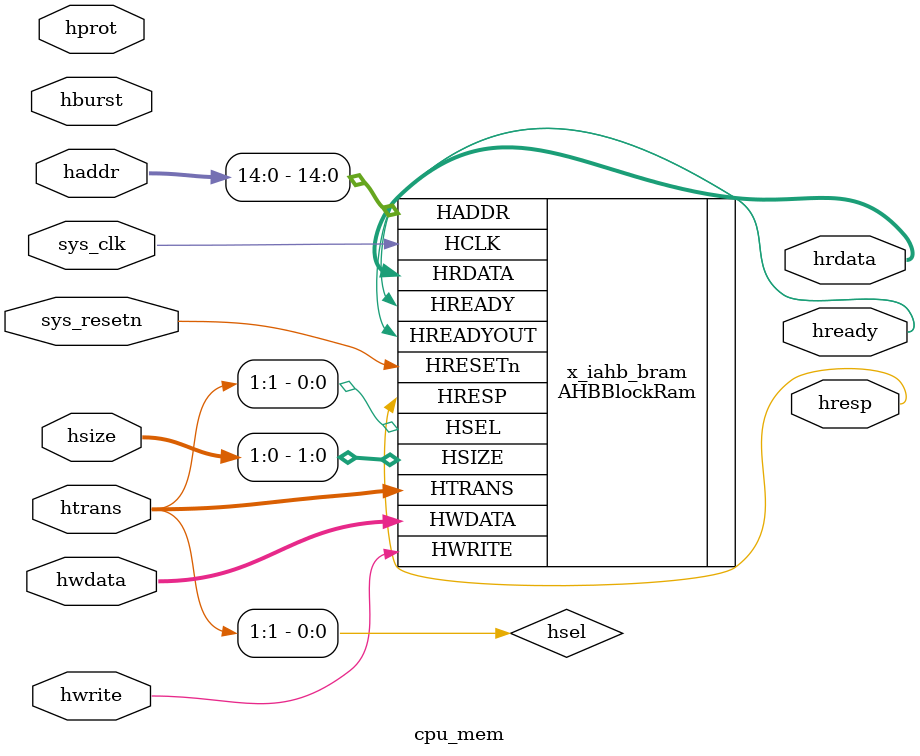
<source format=v>
module cpu_mem (
    input wire sys_clk,
    input wire sys_resetn,
    input wire [31:0] haddr,
    input wire [2 :0] hburst,
    input wire [3 :0] hprot, 
    input wire [2:0] hsize,
    input wire [1:0] htrans,
    input wire [31:0] hwdata,
    input wire hwrite,
    output wire [31:0] hrdata,
    output wire hresp,
    output wire hready
);

wire hsel;
assign hsel = htrans[1]; // trans只有00/10两种取值

// IAHB Lite Memory, 512kB
AHBBlockRam x_iahb_bram (
    .HCLK(sys_clk),
    .HRESETn(sys_resetn),
    .HSEL(hsel),
    .HREADY(hready),
    .HTRANS(htrans),
    .HSIZE(hsize[1:0]),
    .HWRITE(hwrite),
    .HADDR(haddr[14:0]),
    .HWDATA(hwdata),
    .HREADYOUT(hready),
    .HRESP(hresp),
    .HRDATA(hrdata)
);
defparam x_iahb_bram.AWIDTH = 15; // 19位地址线

endmodule
</source>
